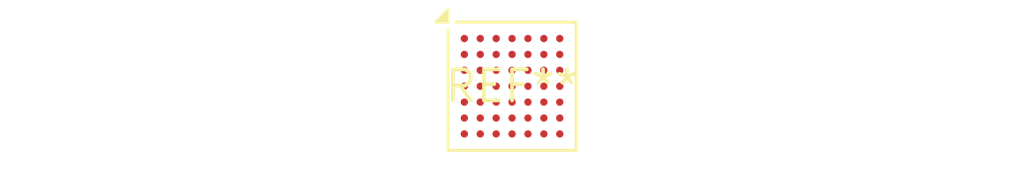
<source format=kicad_pcb>
(kicad_pcb (version 20240108) (generator pcbnew)
  (layers (0 "F.Cu" signal) (31 "B.Cu" signal) (34 "B.Paste" user) (35 "F.Paste" user) (36 "B.SilkS" user "B.Silkscreen") (37 "F.SilkS" user "F.Silkscreen") (38 "B.Mask" user) (39 "F.Mask" user) (44 "Edge.Cuts" user))
  (net 0 "")
  (footprint "VFBGA-49_5.0x5.0mm_Layout7x7_P0.65mm" (layer "F.Cu") (at 0 0)
    (property "Reference" "REF**")
    (property "Value" "VFBGA-49_5.0x5.0mm_Layout7x7_P0.65mm")
    (fp_line (start -2.62 -2.3) (end -2.62 2.62) (layer "F.SilkS") (stroke (width 0.12)))
    (fp_line (start -2.62 2.62) (end 2.62 2.62) (layer "F.SilkS") (stroke (width 0.12)))
    (fp_line (start 2.62 -2.62) (end -2.3 -2.62) (layer "F.SilkS") (stroke (width 0.12)))
    (fp_line (start 2.62 2.62) (end 2.62 -2.62) (layer "F.SilkS") (stroke (width 0.12)))
    (fp_poly (pts (xy -2.62 -2.62) (xy -3.12 -2.62) (xy -2.62 -3.12) (xy -2.62 -2.62)) (layer "F.SilkS") (stroke (width 0.12)) (fill solid))
    (pad "A1" smd circle (at -1.95 -1.95) (size 0.3 0.3) (property pad_prop_bga) (layers "F.Cu" "F.Paste" "F.Mask"))
    (pad "A2" smd circle (at -1.3 -1.95) (size 0.3 0.3) (property pad_prop_bga) (layers "F.Cu" "F.Paste" "F.Mask"))
    (pad "A3" smd circle (at -0.65 -1.95) (size 0.3 0.3) (property pad_prop_bga) (layers "F.Cu" "F.Paste" "F.Mask"))
    (pad "A4" smd circle (at 0 -1.95) (size 0.3 0.3) (property pad_prop_bga) (layers "F.Cu" "F.Paste" "F.Mask"))
    (pad "A5" smd circle (at 0.65 -1.95) (size 0.3 0.3) (property pad_prop_bga) (layers "F.Cu" "F.Paste" "F.Mask"))
    (pad "A6" smd circle (at 1.3 -1.95) (size 0.3 0.3) (property pad_prop_bga) (layers "F.Cu" "F.Paste" "F.Mask"))
    (pad "A7" smd circle (at 1.95 -1.95) (size 0.3 0.3) (property pad_prop_bga) (layers "F.Cu" "F.Paste" "F.Mask"))
    (pad "B1" smd circle (at -1.95 -1.3) (size 0.3 0.3) (property pad_prop_bga) (layers "F.Cu" "F.Paste" "F.Mask"))
    (pad "B2" smd circle (at -1.3 -1.3) (size 0.3 0.3) (property pad_prop_bga) (layers "F.Cu" "F.Paste" "F.Mask"))
    (pad "B3" smd circle (at -0.65 -1.3) (size 0.3 0.3) (property pad_prop_bga) (layers "F.Cu" "F.Paste" "F.Mask"))
    (pad "B4" smd circle (at 0 -1.3) (size 0.3 0.3) (property pad_prop_bga) (layers "F.Cu" "F.Paste" "F.Mask"))
    (pad "B5" smd circle (at 0.65 -1.3) (size 0.3 0.3) (property pad_prop_bga) (layers "F.Cu" "F.Paste" "F.Mask"))
    (pad "B6" smd circle (at 1.3 -1.3) (size 0.3 0.3) (property pad_prop_bga) (layers "F.Cu" "F.Paste" "F.Mask"))
    (pad "B7" smd circle (at 1.95 -1.3) (size 0.3 0.3) (property pad_prop_bga) (layers "F.Cu" "F.Paste" "F.Mask"))
    (pad "C1" smd circle (at -1.95 -0.65) (size 0.3 0.3) (property pad_prop_bga) (layers "F.Cu" "F.Paste" "F.Mask"))
    (pad "C2" smd circle (at -1.3 -0.65) (size 0.3 0.3) (property pad_prop_bga) (layers "F.Cu" "F.Paste" "F.Mask"))
    (pad "C3" smd circle (at -0.65 -0.65) (size 0.3 0.3) (property pad_prop_bga) (layers "F.Cu" "F.Paste" "F.Mask"))
    (pad "C4" smd circle (at 0 -0.65) (size 0.3 0.3) (property pad_prop_bga) (layers "F.Cu" "F.Paste" "F.Mask"))
    (pad "C5" smd circle (at 0.65 -0.65) (size 0.3 0.3) (property pad_prop_bga) (layers "F.Cu" "F.Paste" "F.Mask"))
    (pad "C6" smd circle (at 1.3 -0.65) (size 0.3 0.3) (property pad_prop_bga) (layers "F.Cu" "F.Paste" "F.Mask"))
    (pad "C7" smd circle (at 1.95 -0.65) (size 0.3 0.3) (property pad_prop_bga) (layers "F.Cu" "F.Paste" "F.Mask"))
    (pad "D1" smd circle (at -1.95 0) (size 0.3 0.3) (property pad_prop_bga) (layers "F.Cu" "F.Paste" "F.Mask"))
    (pad "D2" smd circle (at -1.3 0) (size 0.3 0.3) (property pad_prop_bga) (layers "F.Cu" "F.Paste" "F.Mask"))
    (pad "D3" smd circle (at -0.65 0) (size 0.3 0.3) (property pad_prop_bga) (layers "F.Cu" "F.Paste" "F.Mask"))
    (pad "D4" smd circle (at 0 0) (size 0.3 0.3) (property pad_prop_bga) (layers "F.Cu" "F.Paste" "F.Mask"))
    (pad "D5" smd circle (at 0.65 0) (size 0.3 0.3) (property pad_prop_bga) (layers "F.Cu" "F.Paste" "F.Mask"))
    (pad "D6" smd circle (at 1.3 0) (size 0.3 0.3) (property pad_prop_bga) (layers "F.Cu" "F.Paste" "F.Mask"))
    (pad "D7" smd circle (at 1.95 0) (size 0.3 0.3) (property pad_prop_bga) (layers "F.Cu" "F.Paste" "F.Mask"))
    (pad "E1" smd circle (at -1.95 0.65) (size 0.3 0.3) (property pad_prop_bga) (layers "F.Cu" "F.Paste" "F.Mask"))
    (pad "E2" smd circle (at -1.3 0.65) (size 0.3 0.3) (property pad_prop_bga) (layers "F.Cu" "F.Paste" "F.Mask"))
    (pad "E3" smd circle (at -0.65 0.65) (size 0.3 0.3) (property pad_prop_bga) (layers "F.Cu" "F.Paste" "F.Mask"))
    (pad "E4" smd circle (at 0 0.65) (size 0.3 0.3) (property pad_prop_bga) (layers "F.Cu" "F.Paste" "F.Mask"))
    (pad "E5" smd circle (at 0.65 0.65) (size 0.3 0.3) (property pad_prop_bga) (layers "F.Cu" "F.Paste" "F.Mask"))
    (pad "E6" smd circle (at 1.3 0.65) (size 0.3 0.3) (property pad_prop_bga) (layers "F.Cu" "F.Paste" "F.Mask"))
    (pad "E7" smd circle (at 1.95 0.65) (size 0.3 0.3) (property pad_prop_bga) (layers "F.Cu" "F.Paste" "F.Mask"))
    (pad "F1" smd circle (at -1.95 1.3) (size 0.3 0.3) (property pad_prop_bga) (layers "F.Cu" "F.Paste" "F.Mask"))
    (pad "F2" smd circle (at -1.3 1.3) (size 0.3 0.3) (property pad_prop_bga) (layers "F.Cu" "F.Paste" "F.Mask"))
    (pad "F3" smd circle (at -0.65 1.3) (size 0.3 0.3) (property pad_prop_bga) (layers "F.Cu" "F.Paste" "F.Mask"))
    (pad "F4" smd circle (at 0 1.3) (size 0.3 0.3) (property pad_prop_bga) (layers "F.Cu" "F.Paste" "F.Mask"))
    (pad "F5" smd circle (at 0.65 1.3) (size 0.3 0.3) (property pad_prop_bga) (layers "F.Cu" "F.Paste" "F.Mask"))
    (pad "F6" smd circle (at 1.3 1.3) (size 0.3 0.3) (property pad_prop_bga) (layers "F.Cu" "F.Paste" "F.Mask"))
    (pad "F7" smd circle (at 1.95 1.3) (size 0.3 0.3) (property pad_prop_bga) (layers "F.Cu" "F.Paste" "F.Mask"))
    (pad "G1" smd circle (at -1.95 1.95) (size 0.3 0.3) (property pad_prop_bga) (layers "F.Cu" "F.Paste" "F.Mask"))
    (pad "G2" smd circle (at -1.3 1.95) (size 0.3 0.3) (property pad_prop_bga) (layers "F.Cu" "F.Paste" "F.Mask"))
    (pad "G3" smd circle (at -0.65 1.95) (size 0.3 0.3) (property pad_prop_bga) (layers "F.Cu" "F.Paste" "F.Mask"))
    (pad "G4" smd circle (at 0 1.95) (size 0.3 0.3) (property pad_prop_bga) (layers "F.Cu" "F.Paste" "F.Mask"))
    (pad "G5" smd circle (at 0.65 1.95) (size 0.3 0.3) (property pad_prop_bga) (layers "F.Cu" "F.Paste" "F.Mask"))
    (pad "G6" smd circle (at 1.3 1.95) (size 0.3 0.3) (property pad_prop_bga) (layers "F.Cu" "F.Paste" "F.Mask"))
    (pad "G7" smd circle (at 1.95 1.95) (size 0.3 0.3) (property pad_prop_bga) (layers "F.Cu" "F.Paste" "F.Mask"))
  )
)
</source>
